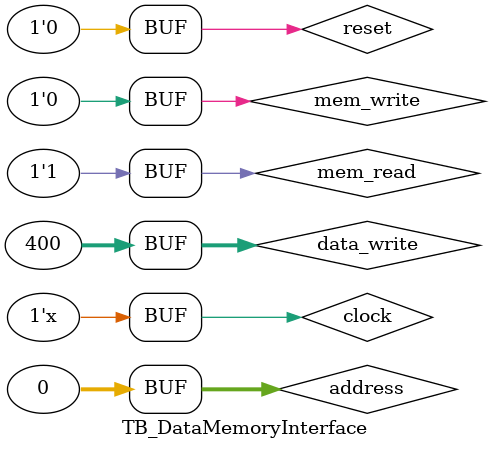
<source format=v>
`timescale 1ns / 1ps

module TB_DataMemoryInterface ();
    reg           clock;
    reg           reset;
    reg [31:0]    address;
    reg           mem_write;
    reg [31:0]    data_write;
    reg           mem_read;
    wire [31:0]   read_data;

    DataMemoryInterface DataMemory(
        .clock          (clock),
        .reset          (reset),
        .address        (address),
        .mem_write      (mem_write),
        .data_write     (data_write),
        .mem_read       (mem_read),
        .read_data      (read_data)
    );


    initial begin
        reset = 0;
        clock = 1;

        #10
        address = 32'd0;
        mem_write = 1;
        data_write = 32'd500;

        #20
        mem_write = 0;
        mem_read = 1;

        #10
        if (read_data == 32'd500)
            $display ("Read and Write 1 - OK");
        else
            $display ("Read and Write 1 - FAIL");

        #20
        address = 32'd0;
        mem_write = 1;
        data_write = 32'd400;

        #20
        mem_write = 0;
        mem_read = 1;

        #10
        if (read_data == 32'd400)
            $display ("Read and Write Override - OK");
        else
            $display ("Read and Write Override - FAIL");

    end

    always #10 clock = ~clock;

endmodule // TB_DataMemoryInterface

</source>
